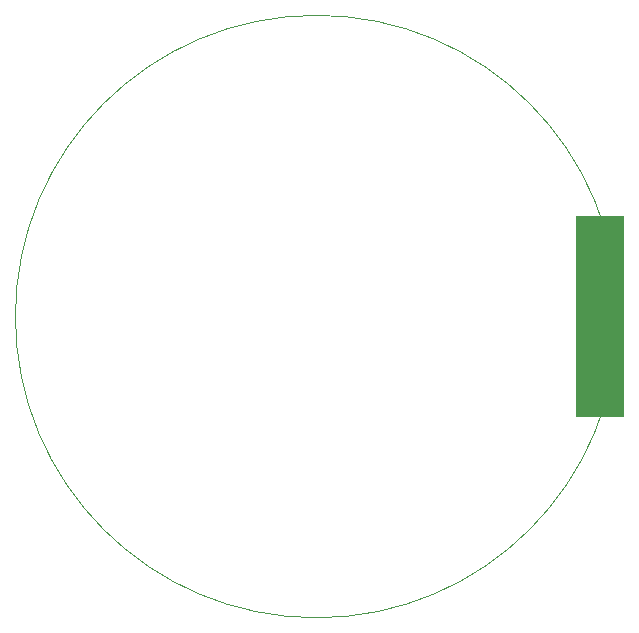
<source format=gbr>
%TF.GenerationSoftware,Altium Limited,Altium Designer,21.2.2 (38)*%
G04 Layer_Color=0*
%FSLAX26Y26*%
%MOIN*%
%TF.SameCoordinates,75BC83C2-9D79-468A-8CB9-4745F9D1B378*%
%TF.FilePolarity,Positive*%
%TF.FileFunction,Profile,NP*%
%TF.Part,Single*%
G01*
G75*
%TA.AperFunction,Profile*%
%ADD47C,0.001000*%
G36*
X1870079Y334646D02*
Y-334646D01*
X2027559D01*
Y334646D01*
X1870079D01*
D02*
G37*
D47*
X-193Y0D02*
G03*
X1003937Y-1004130I1004130J0D01*
G01*
D02*
G03*
X2008067Y0I0J1004130D01*
G01*
D02*
G03*
X1003937Y1004130I-1004130J0D01*
G01*
D02*
G03*
X-193Y0I0J-1004130D01*
G01*
%TF.MD5,e3029d6bf16e5783f417d5d5a81268ad*%
M02*

</source>
